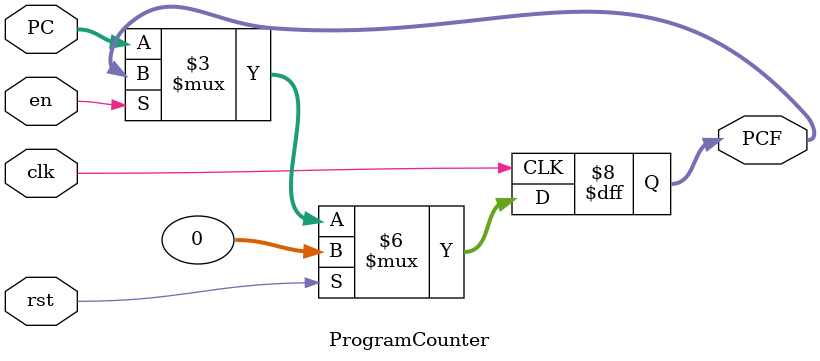
<source format=v>
`timescale 1ns / 1ps

module ProgramCounter #(parameter WL=32)
    (
    input clk,
    input rst,
    input en,
    input [WL-1:0] PC,
    
    output reg [WL-1:0] PCF
    );

    // Register
    always@(posedge clk)
    begin
        if(rst)         //active-high reset
            PCF <= 32'd0;
        else if(!en)    //active-low enable
            PCF <= PC;
    end
    
endmodule

</source>
